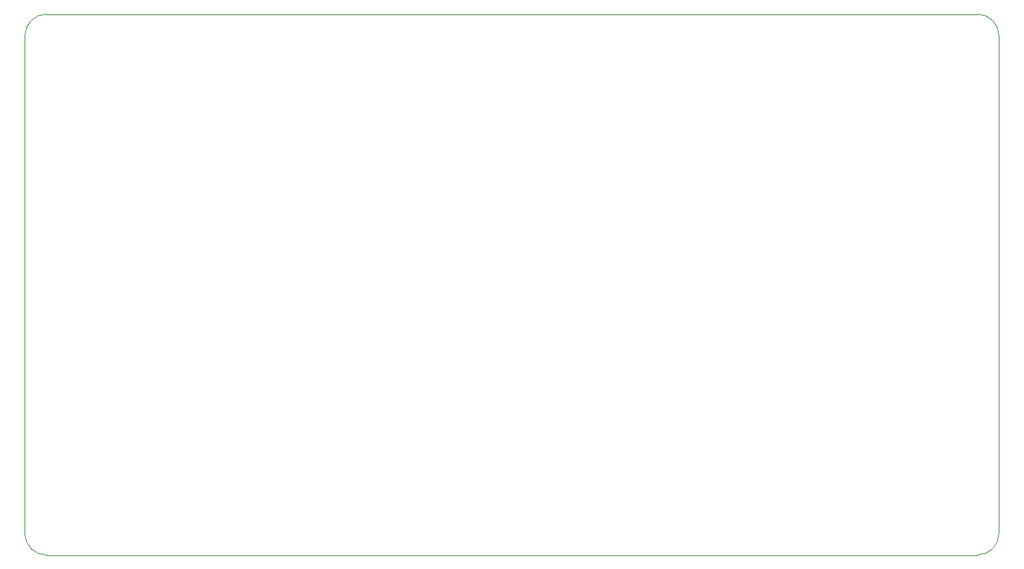
<source format=gbr>
%TF.GenerationSoftware,KiCad,Pcbnew,7.0.10*%
%TF.CreationDate,2024-03-29T22:24:32-04:00*%
%TF.ProjectId,WaveWise_Submersible,57617665-5769-4736-955f-5375626d6572,rev?*%
%TF.SameCoordinates,Original*%
%TF.FileFunction,Profile,NP*%
%FSLAX46Y46*%
G04 Gerber Fmt 4.6, Leading zero omitted, Abs format (unit mm)*
G04 Created by KiCad (PCBNEW 7.0.10) date 2024-03-29 22:24:32*
%MOMM*%
%LPD*%
G01*
G04 APERTURE LIST*
%TA.AperFunction,Profile*%
%ADD10C,0.100000*%
%TD*%
G04 APERTURE END LIST*
D10*
X37338000Y-86360000D02*
G75*
G03*
X39878000Y-88900000I2540000J0D01*
G01*
X149098000Y-88900000D02*
X39878000Y-88900000D01*
X149098000Y-88900000D02*
G75*
G03*
X151638000Y-86360000I0J2540000D01*
G01*
X37338000Y-27940000D02*
X37338000Y-86360000D01*
X39878000Y-25400000D02*
G75*
G03*
X37338000Y-27940000I0J-2540000D01*
G01*
X151638000Y-27940000D02*
G75*
G03*
X149098000Y-25400000I-2540000J0D01*
G01*
X149098000Y-25400000D02*
X39878000Y-25400000D01*
X151638000Y-27940000D02*
X151638000Y-86360000D01*
M02*

</source>
